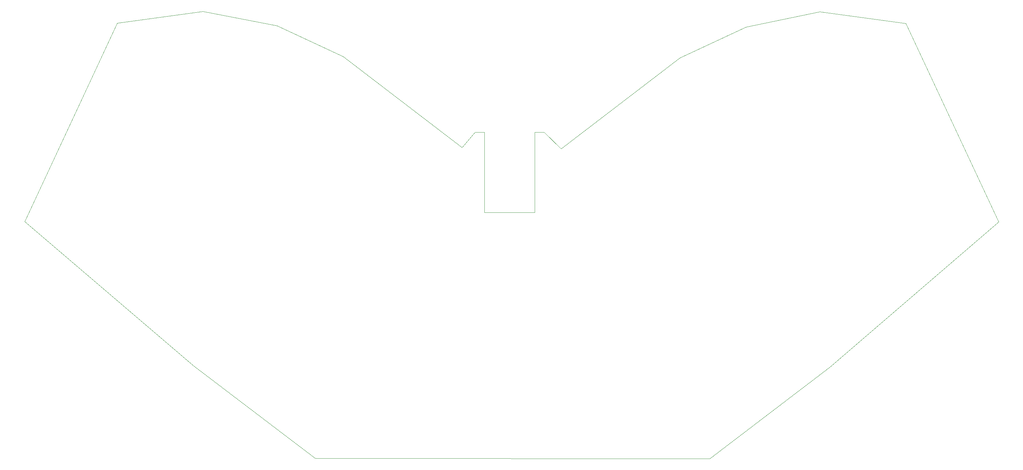
<source format=gbr>
%TF.GenerationSoftware,KiCad,Pcbnew,7.0.1*%
%TF.CreationDate,2023-04-15T18:04:16-04:00*%
%TF.ProjectId,Frigate,46726967-6174-4652-9e6b-696361645f70,rev?*%
%TF.SameCoordinates,Original*%
%TF.FileFunction,Profile,NP*%
%FSLAX46Y46*%
G04 Gerber Fmt 4.6, Leading zero omitted, Abs format (unit mm)*
G04 Created by KiCad (PCBNEW 7.0.1) date 2023-04-15 18:04:16*
%MOMM*%
%LPD*%
G01*
G04 APERTURE LIST*
%TA.AperFunction,Profile*%
%ADD10C,0.100000*%
%TD*%
G04 APERTURE END LIST*
D10*
X147790000Y-95750000D02*
X134610000Y-95760000D01*
X38870000Y-46370000D02*
X14730000Y-98140000D01*
X97830000Y-55090000D02*
X80570000Y-47040000D01*
X134650000Y-74860000D02*
X132220000Y-74860000D01*
X58780000Y-135690000D02*
X90570000Y-159820000D01*
X134610000Y-95760000D02*
X134650000Y-74920000D01*
X224720000Y-136040000D02*
X268730000Y-98250000D01*
X90570000Y-159820000D02*
X193430000Y-159930000D01*
X244570000Y-46450000D02*
X222120000Y-43450000D01*
X150230000Y-74870000D02*
X147810000Y-74870000D01*
X134650000Y-74920000D02*
X134650000Y-74860000D01*
X185640000Y-55430000D02*
X154650000Y-79130000D01*
X61270000Y-43360000D02*
X38870000Y-46370000D01*
X128830000Y-78800000D02*
X97830000Y-55090000D01*
X268730000Y-98250000D02*
X244570000Y-46450000D01*
X154650000Y-79130000D02*
X150230000Y-74870000D01*
X80570000Y-47040000D02*
X61270000Y-43360000D01*
X132220000Y-74860000D02*
X128830000Y-78800000D01*
X222120000Y-43450000D02*
X202900000Y-47380000D01*
X147810000Y-74870000D02*
X147790000Y-95750000D01*
X14730000Y-98140000D02*
X58780000Y-135690000D01*
X193430000Y-159930000D02*
X224720000Y-136040000D01*
X202900000Y-47380000D02*
X185640000Y-55430000D01*
M02*

</source>
